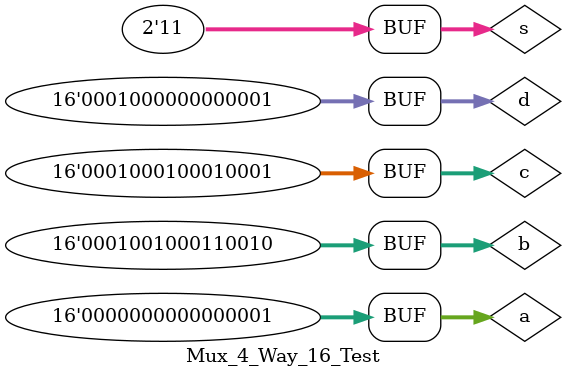
<source format=v>
module Mux(input a, b, select, output out);
    assign out = a&(~select) | b&select;
endmodule

module Mux_16(input[15:0] a, b,input select, output[15:0] out);
    genvar i;
    generate
        for(i = 0;i < 16;i = i + 1)
        begin
            Mux m(a[i], b[i], select, out[i]);
        end
    endgenerate
endmodule

module Mux_4_Way_16(input[15:0] a, b, c, d, input[1:0] select, output[15:0] out);
    wire[15:0] outab, outcd;
    Mux_16 m1(a, b, select[0], outab);
    Mux_16 m2(c, d, select[0], outcd);
    Mux_16 m3(outab, outcd, select[1], out);
endmodule


module Mux_4_Way_16_Test();
    reg[15:0] a, b, c, d;
    reg[1:0] s = 2'b00;
    wire[15:0] out; 
    Mux_4_Way_16 m2(a, b, c, d, s, out);
    initial begin
        a = 16'h0001;
        b = 16'h1232;
        c = 16'h1111;
        d = 16'h1001;
        #10 s = 2'b01;
        #10 s = 2'b10;
        #10 s = 2'b11;
    end
    initial begin
        $monitor("a = %x b = %x c = %x d = %x s = %x out = %x", a, b, c, d, s, out);
    end
endmodule
</source>
